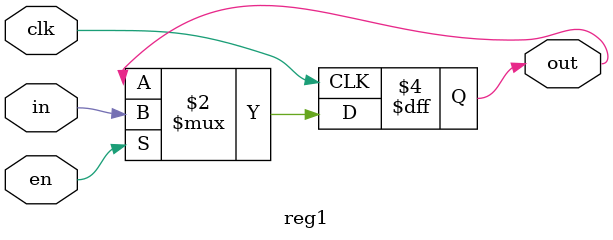
<source format=v>
module reg1( in, clk, en, out);

input in,clk,en;
output reg out;


    always @(posedge clk)
	    begin
	    	if (en)
		     out <= in;
    	end


endmodule 

</source>
